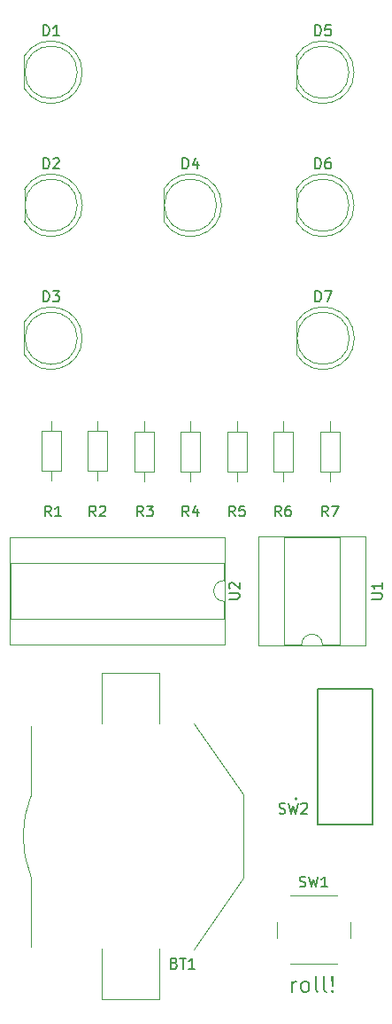
<source format=gbr>
%TF.GenerationSoftware,KiCad,Pcbnew,5.1.9-73d0e3b20d~88~ubuntu18.04.1*%
%TF.CreationDate,2021-01-26T17:19:55+01:00*%
%TF.ProjectId,d1ce,64316365-2e6b-4696-9361-645f70636258,v1*%
%TF.SameCoordinates,Original*%
%TF.FileFunction,Legend,Top*%
%TF.FilePolarity,Positive*%
%FSLAX46Y46*%
G04 Gerber Fmt 4.6, Leading zero omitted, Abs format (unit mm)*
G04 Created by KiCad (PCBNEW 5.1.9-73d0e3b20d~88~ubuntu18.04.1) date 2021-01-26 17:19:55*
%MOMM*%
%LPD*%
G01*
G04 APERTURE LIST*
%ADD10C,0.200000*%
%ADD11C,0.120000*%
%ADD12C,0.127000*%
%ADD13C,0.150000*%
G04 APERTURE END LIST*
D10*
X157671428Y-146248571D02*
X157671428Y-145248571D01*
X157671428Y-145534285D02*
X157742857Y-145391428D01*
X157814285Y-145320000D01*
X157957142Y-145248571D01*
X158100000Y-145248571D01*
X158814285Y-146248571D02*
X158671428Y-146177142D01*
X158600000Y-146105714D01*
X158528571Y-145962857D01*
X158528571Y-145534285D01*
X158600000Y-145391428D01*
X158671428Y-145320000D01*
X158814285Y-145248571D01*
X159028571Y-145248571D01*
X159171428Y-145320000D01*
X159242857Y-145391428D01*
X159314285Y-145534285D01*
X159314285Y-145962857D01*
X159242857Y-146105714D01*
X159171428Y-146177142D01*
X159028571Y-146248571D01*
X158814285Y-146248571D01*
X160171428Y-146248571D02*
X160028571Y-146177142D01*
X159957142Y-146034285D01*
X159957142Y-144748571D01*
X160957142Y-146248571D02*
X160814285Y-146177142D01*
X160742857Y-146034285D01*
X160742857Y-144748571D01*
X161528571Y-146105714D02*
X161600000Y-146177142D01*
X161528571Y-146248571D01*
X161457142Y-146177142D01*
X161528571Y-146105714D01*
X161528571Y-146248571D01*
X161528571Y-145677142D02*
X161457142Y-144820000D01*
X161528571Y-144748571D01*
X161600000Y-144820000D01*
X161528571Y-145677142D01*
X161528571Y-144748571D01*
D11*
%TO.C,BT1*%
X139450000Y-115820000D02*
X139450000Y-120620000D01*
X144950000Y-115820000D02*
X139450000Y-115820000D01*
X144950000Y-120620000D02*
X144950000Y-115820000D01*
X144950000Y-146920000D02*
X144950000Y-142120000D01*
X139450000Y-146920000D02*
X144950000Y-146920000D01*
X139450000Y-142120000D02*
X139450000Y-146920000D01*
X132700000Y-120820000D02*
X132700000Y-127520000D01*
X132700000Y-141920000D02*
X132700000Y-135220000D01*
X153050000Y-127420000D02*
X148250000Y-120620000D01*
X153050000Y-135320000D02*
X153050000Y-127420000D01*
X148250000Y-142170000D02*
X153050000Y-135320000D01*
X132698536Y-135216385D02*
G75*
G02*
X132700000Y-127520000I9501464J3846385D01*
G01*
%TO.C,D1*%
X137120000Y-58420000D02*
G75*
G03*
X137120000Y-58420000I-2500000J0D01*
G01*
X132060000Y-56875000D02*
X132060000Y-59965000D01*
X137610000Y-58420462D02*
G75*
G03*
X132060000Y-56875170I-2990000J462D01*
G01*
X137610000Y-58419538D02*
G75*
G02*
X132060000Y-59964830I-2990000J-462D01*
G01*
%TO.C,D2*%
X132064800Y-69575000D02*
X132064800Y-72665000D01*
X137124800Y-71120000D02*
G75*
G03*
X137124800Y-71120000I-2500000J0D01*
G01*
X137614800Y-71119538D02*
G75*
G02*
X132064800Y-72664830I-2990000J-462D01*
G01*
X137614800Y-71120462D02*
G75*
G03*
X132064800Y-69575170I-2990000J462D01*
G01*
%TO.C,D3*%
X132060000Y-82275000D02*
X132060000Y-85365000D01*
X137120000Y-83820000D02*
G75*
G03*
X137120000Y-83820000I-2500000J0D01*
G01*
X137610000Y-83819538D02*
G75*
G02*
X132060000Y-85364830I-2990000J-462D01*
G01*
X137610000Y-83820462D02*
G75*
G03*
X132060000Y-82275170I-2990000J462D01*
G01*
%TO.C,D4*%
X150455000Y-71120000D02*
G75*
G03*
X150455000Y-71120000I-2500000J0D01*
G01*
X145395000Y-69575000D02*
X145395000Y-72665000D01*
X150945000Y-71120462D02*
G75*
G03*
X145395000Y-69575170I-2990000J462D01*
G01*
X150945000Y-71119538D02*
G75*
G02*
X145395000Y-72664830I-2990000J-462D01*
G01*
%TO.C,D5*%
X158064800Y-56875000D02*
X158064800Y-59965000D01*
X163124800Y-58420000D02*
G75*
G03*
X163124800Y-58420000I-2500000J0D01*
G01*
X163614800Y-58419538D02*
G75*
G02*
X158064800Y-59964830I-2990000J-462D01*
G01*
X163614800Y-58420462D02*
G75*
G03*
X158064800Y-56875170I-2990000J462D01*
G01*
%TO.C,D6*%
X158064800Y-69575000D02*
X158064800Y-72665000D01*
X163124800Y-71120000D02*
G75*
G03*
X163124800Y-71120000I-2500000J0D01*
G01*
X163614800Y-71119538D02*
G75*
G02*
X158064800Y-72664830I-2990000J-462D01*
G01*
X163614800Y-71120462D02*
G75*
G03*
X158064800Y-69575170I-2990000J462D01*
G01*
%TO.C,D7*%
X163155000Y-83820000D02*
G75*
G03*
X163155000Y-83820000I-2500000J0D01*
G01*
X158095000Y-82275000D02*
X158095000Y-85365000D01*
X163645000Y-83820462D02*
G75*
G03*
X158095000Y-82275170I-2990000J462D01*
G01*
X163645000Y-83819538D02*
G75*
G02*
X158095000Y-85364830I-2990000J-462D01*
G01*
%TO.C,R1*%
X134620000Y-97450000D02*
X134620000Y-96500000D01*
X134620000Y-91710000D02*
X134620000Y-92660000D01*
X135540000Y-96500000D02*
X135540000Y-92660000D01*
X133700000Y-96500000D02*
X135540000Y-96500000D01*
X133700000Y-92660000D02*
X133700000Y-96500000D01*
X135540000Y-92660000D02*
X133700000Y-92660000D01*
%TO.C,R2*%
X139065000Y-97450000D02*
X139065000Y-96500000D01*
X139065000Y-91710000D02*
X139065000Y-92660000D01*
X139985000Y-96500000D02*
X139985000Y-92660000D01*
X138145000Y-96500000D02*
X139985000Y-96500000D01*
X138145000Y-92660000D02*
X138145000Y-96500000D01*
X139985000Y-92660000D02*
X138145000Y-92660000D01*
%TO.C,R3*%
X144430000Y-92715000D02*
X142590000Y-92715000D01*
X142590000Y-92715000D02*
X142590000Y-96555000D01*
X142590000Y-96555000D02*
X144430000Y-96555000D01*
X144430000Y-96555000D02*
X144430000Y-92715000D01*
X143510000Y-91765000D02*
X143510000Y-92715000D01*
X143510000Y-97505000D02*
X143510000Y-96555000D01*
%TO.C,R4*%
X147955000Y-97505000D02*
X147955000Y-96555000D01*
X147955000Y-91765000D02*
X147955000Y-92715000D01*
X148875000Y-96555000D02*
X148875000Y-92715000D01*
X147035000Y-96555000D02*
X148875000Y-96555000D01*
X147035000Y-92715000D02*
X147035000Y-96555000D01*
X148875000Y-92715000D02*
X147035000Y-92715000D01*
%TO.C,R5*%
X152400000Y-97505000D02*
X152400000Y-96555000D01*
X152400000Y-91765000D02*
X152400000Y-92715000D01*
X153320000Y-96555000D02*
X153320000Y-92715000D01*
X151480000Y-96555000D02*
X153320000Y-96555000D01*
X151480000Y-92715000D02*
X151480000Y-96555000D01*
X153320000Y-92715000D02*
X151480000Y-92715000D01*
%TO.C,R6*%
X157765000Y-92715000D02*
X155925000Y-92715000D01*
X155925000Y-92715000D02*
X155925000Y-96555000D01*
X155925000Y-96555000D02*
X157765000Y-96555000D01*
X157765000Y-96555000D02*
X157765000Y-92715000D01*
X156845000Y-91765000D02*
X156845000Y-92715000D01*
X156845000Y-97505000D02*
X156845000Y-96555000D01*
%TO.C,R7*%
X161290000Y-97505000D02*
X161290000Y-96555000D01*
X161290000Y-91765000D02*
X161290000Y-92715000D01*
X162210000Y-96555000D02*
X162210000Y-92715000D01*
X160370000Y-96555000D02*
X162210000Y-96555000D01*
X160370000Y-92715000D02*
X160370000Y-96555000D01*
X162210000Y-92715000D02*
X160370000Y-92715000D01*
%TO.C,SW1*%
X163237580Y-141067980D02*
X163237580Y-139567980D01*
X161987580Y-137067980D02*
X157487580Y-137067980D01*
X156237580Y-139567980D02*
X156237580Y-141067980D01*
X157487580Y-143567980D02*
X161987580Y-143567980D01*
D10*
%TO.C,SW2*%
X158170000Y-127790000D02*
G75*
G03*
X158170000Y-127790000I-100000J0D01*
G01*
D12*
X160170000Y-117290000D02*
X160170000Y-130290000D01*
X165370000Y-117290000D02*
X160170000Y-117290000D01*
X165370000Y-130290000D02*
X165370000Y-117290000D01*
X160170000Y-130290000D02*
X165370000Y-130290000D01*
D11*
%TO.C,U1*%
X154450000Y-113150000D02*
X164730000Y-113150000D01*
X154450000Y-102750000D02*
X154450000Y-113150000D01*
X164730000Y-102750000D02*
X154450000Y-102750000D01*
X164730000Y-113150000D02*
X164730000Y-102750000D01*
X156940000Y-113090000D02*
X158590000Y-113090000D01*
X156940000Y-102810000D02*
X156940000Y-113090000D01*
X162240000Y-102810000D02*
X156940000Y-102810000D01*
X162240000Y-113090000D02*
X162240000Y-102810000D01*
X160590000Y-113090000D02*
X162240000Y-113090000D01*
X158590000Y-113090000D02*
G75*
G02*
X160590000Y-113090000I1000000J0D01*
G01*
%TO.C,U2*%
X151250000Y-113090000D02*
X151250000Y-102810000D01*
X130690000Y-113090000D02*
X151250000Y-113090000D01*
X130690000Y-102810000D02*
X130690000Y-113090000D01*
X151250000Y-102810000D02*
X130690000Y-102810000D01*
X151190000Y-110600000D02*
X151190000Y-108950000D01*
X130750000Y-110600000D02*
X151190000Y-110600000D01*
X130750000Y-105300000D02*
X130750000Y-110600000D01*
X151190000Y-105300000D02*
X130750000Y-105300000D01*
X151190000Y-106950000D02*
X151190000Y-105300000D01*
X151190000Y-108950000D02*
G75*
G02*
X151190000Y-106950000I0J1000000D01*
G01*
%TO.C,BT1*%
D13*
X146414285Y-143498571D02*
X146557142Y-143546190D01*
X146604761Y-143593809D01*
X146652380Y-143689047D01*
X146652380Y-143831904D01*
X146604761Y-143927142D01*
X146557142Y-143974761D01*
X146461904Y-144022380D01*
X146080952Y-144022380D01*
X146080952Y-143022380D01*
X146414285Y-143022380D01*
X146509523Y-143070000D01*
X146557142Y-143117619D01*
X146604761Y-143212857D01*
X146604761Y-143308095D01*
X146557142Y-143403333D01*
X146509523Y-143450952D01*
X146414285Y-143498571D01*
X146080952Y-143498571D01*
X146938095Y-143022380D02*
X147509523Y-143022380D01*
X147223809Y-144022380D02*
X147223809Y-143022380D01*
X148366666Y-144022380D02*
X147795238Y-144022380D01*
X148080952Y-144022380D02*
X148080952Y-143022380D01*
X147985714Y-143165238D01*
X147890476Y-143260476D01*
X147795238Y-143308095D01*
%TO.C,D1*%
X133881904Y-54912380D02*
X133881904Y-53912380D01*
X134120000Y-53912380D01*
X134262857Y-53960000D01*
X134358095Y-54055238D01*
X134405714Y-54150476D01*
X134453333Y-54340952D01*
X134453333Y-54483809D01*
X134405714Y-54674285D01*
X134358095Y-54769523D01*
X134262857Y-54864761D01*
X134120000Y-54912380D01*
X133881904Y-54912380D01*
X135405714Y-54912380D02*
X134834285Y-54912380D01*
X135120000Y-54912380D02*
X135120000Y-53912380D01*
X135024761Y-54055238D01*
X134929523Y-54150476D01*
X134834285Y-54198095D01*
%TO.C,D2*%
X133886704Y-67612380D02*
X133886704Y-66612380D01*
X134124800Y-66612380D01*
X134267657Y-66660000D01*
X134362895Y-66755238D01*
X134410514Y-66850476D01*
X134458133Y-67040952D01*
X134458133Y-67183809D01*
X134410514Y-67374285D01*
X134362895Y-67469523D01*
X134267657Y-67564761D01*
X134124800Y-67612380D01*
X133886704Y-67612380D01*
X134839085Y-66707619D02*
X134886704Y-66660000D01*
X134981942Y-66612380D01*
X135220038Y-66612380D01*
X135315276Y-66660000D01*
X135362895Y-66707619D01*
X135410514Y-66802857D01*
X135410514Y-66898095D01*
X135362895Y-67040952D01*
X134791466Y-67612380D01*
X135410514Y-67612380D01*
%TO.C,D3*%
X133881904Y-80312380D02*
X133881904Y-79312380D01*
X134120000Y-79312380D01*
X134262857Y-79360000D01*
X134358095Y-79455238D01*
X134405714Y-79550476D01*
X134453333Y-79740952D01*
X134453333Y-79883809D01*
X134405714Y-80074285D01*
X134358095Y-80169523D01*
X134262857Y-80264761D01*
X134120000Y-80312380D01*
X133881904Y-80312380D01*
X134786666Y-79312380D02*
X135405714Y-79312380D01*
X135072380Y-79693333D01*
X135215238Y-79693333D01*
X135310476Y-79740952D01*
X135358095Y-79788571D01*
X135405714Y-79883809D01*
X135405714Y-80121904D01*
X135358095Y-80217142D01*
X135310476Y-80264761D01*
X135215238Y-80312380D01*
X134929523Y-80312380D01*
X134834285Y-80264761D01*
X134786666Y-80217142D01*
%TO.C,D4*%
X147216904Y-67612380D02*
X147216904Y-66612380D01*
X147455000Y-66612380D01*
X147597857Y-66660000D01*
X147693095Y-66755238D01*
X147740714Y-66850476D01*
X147788333Y-67040952D01*
X147788333Y-67183809D01*
X147740714Y-67374285D01*
X147693095Y-67469523D01*
X147597857Y-67564761D01*
X147455000Y-67612380D01*
X147216904Y-67612380D01*
X148645476Y-66945714D02*
X148645476Y-67612380D01*
X148407380Y-66564761D02*
X148169285Y-67279047D01*
X148788333Y-67279047D01*
%TO.C,D5*%
X159886704Y-54912380D02*
X159886704Y-53912380D01*
X160124800Y-53912380D01*
X160267657Y-53960000D01*
X160362895Y-54055238D01*
X160410514Y-54150476D01*
X160458133Y-54340952D01*
X160458133Y-54483809D01*
X160410514Y-54674285D01*
X160362895Y-54769523D01*
X160267657Y-54864761D01*
X160124800Y-54912380D01*
X159886704Y-54912380D01*
X161362895Y-53912380D02*
X160886704Y-53912380D01*
X160839085Y-54388571D01*
X160886704Y-54340952D01*
X160981942Y-54293333D01*
X161220038Y-54293333D01*
X161315276Y-54340952D01*
X161362895Y-54388571D01*
X161410514Y-54483809D01*
X161410514Y-54721904D01*
X161362895Y-54817142D01*
X161315276Y-54864761D01*
X161220038Y-54912380D01*
X160981942Y-54912380D01*
X160886704Y-54864761D01*
X160839085Y-54817142D01*
%TO.C,D6*%
X159886704Y-67612380D02*
X159886704Y-66612380D01*
X160124800Y-66612380D01*
X160267657Y-66660000D01*
X160362895Y-66755238D01*
X160410514Y-66850476D01*
X160458133Y-67040952D01*
X160458133Y-67183809D01*
X160410514Y-67374285D01*
X160362895Y-67469523D01*
X160267657Y-67564761D01*
X160124800Y-67612380D01*
X159886704Y-67612380D01*
X161315276Y-66612380D02*
X161124800Y-66612380D01*
X161029561Y-66660000D01*
X160981942Y-66707619D01*
X160886704Y-66850476D01*
X160839085Y-67040952D01*
X160839085Y-67421904D01*
X160886704Y-67517142D01*
X160934323Y-67564761D01*
X161029561Y-67612380D01*
X161220038Y-67612380D01*
X161315276Y-67564761D01*
X161362895Y-67517142D01*
X161410514Y-67421904D01*
X161410514Y-67183809D01*
X161362895Y-67088571D01*
X161315276Y-67040952D01*
X161220038Y-66993333D01*
X161029561Y-66993333D01*
X160934323Y-67040952D01*
X160886704Y-67088571D01*
X160839085Y-67183809D01*
%TO.C,D7*%
X159916904Y-80312380D02*
X159916904Y-79312380D01*
X160155000Y-79312380D01*
X160297857Y-79360000D01*
X160393095Y-79455238D01*
X160440714Y-79550476D01*
X160488333Y-79740952D01*
X160488333Y-79883809D01*
X160440714Y-80074285D01*
X160393095Y-80169523D01*
X160297857Y-80264761D01*
X160155000Y-80312380D01*
X159916904Y-80312380D01*
X160821666Y-79312380D02*
X161488333Y-79312380D01*
X161059761Y-80312380D01*
%TO.C,R1*%
X134633333Y-100822380D02*
X134300000Y-100346190D01*
X134061904Y-100822380D02*
X134061904Y-99822380D01*
X134442857Y-99822380D01*
X134538095Y-99870000D01*
X134585714Y-99917619D01*
X134633333Y-100012857D01*
X134633333Y-100155714D01*
X134585714Y-100250952D01*
X134538095Y-100298571D01*
X134442857Y-100346190D01*
X134061904Y-100346190D01*
X135585714Y-100822380D02*
X135014285Y-100822380D01*
X135300000Y-100822380D02*
X135300000Y-99822380D01*
X135204761Y-99965238D01*
X135109523Y-100060476D01*
X135014285Y-100108095D01*
%TO.C,R2*%
X138898333Y-100822380D02*
X138565000Y-100346190D01*
X138326904Y-100822380D02*
X138326904Y-99822380D01*
X138707857Y-99822380D01*
X138803095Y-99870000D01*
X138850714Y-99917619D01*
X138898333Y-100012857D01*
X138898333Y-100155714D01*
X138850714Y-100250952D01*
X138803095Y-100298571D01*
X138707857Y-100346190D01*
X138326904Y-100346190D01*
X139279285Y-99917619D02*
X139326904Y-99870000D01*
X139422142Y-99822380D01*
X139660238Y-99822380D01*
X139755476Y-99870000D01*
X139803095Y-99917619D01*
X139850714Y-100012857D01*
X139850714Y-100108095D01*
X139803095Y-100250952D01*
X139231666Y-100822380D01*
X139850714Y-100822380D01*
%TO.C,R3*%
X143433333Y-100822380D02*
X143100000Y-100346190D01*
X142861904Y-100822380D02*
X142861904Y-99822380D01*
X143242857Y-99822380D01*
X143338095Y-99870000D01*
X143385714Y-99917619D01*
X143433333Y-100012857D01*
X143433333Y-100155714D01*
X143385714Y-100250952D01*
X143338095Y-100298571D01*
X143242857Y-100346190D01*
X142861904Y-100346190D01*
X143766666Y-99822380D02*
X144385714Y-99822380D01*
X144052380Y-100203333D01*
X144195238Y-100203333D01*
X144290476Y-100250952D01*
X144338095Y-100298571D01*
X144385714Y-100393809D01*
X144385714Y-100631904D01*
X144338095Y-100727142D01*
X144290476Y-100774761D01*
X144195238Y-100822380D01*
X143909523Y-100822380D01*
X143814285Y-100774761D01*
X143766666Y-100727142D01*
%TO.C,R4*%
X147788333Y-100822380D02*
X147455000Y-100346190D01*
X147216904Y-100822380D02*
X147216904Y-99822380D01*
X147597857Y-99822380D01*
X147693095Y-99870000D01*
X147740714Y-99917619D01*
X147788333Y-100012857D01*
X147788333Y-100155714D01*
X147740714Y-100250952D01*
X147693095Y-100298571D01*
X147597857Y-100346190D01*
X147216904Y-100346190D01*
X148645476Y-100155714D02*
X148645476Y-100822380D01*
X148407380Y-99774761D02*
X148169285Y-100489047D01*
X148788333Y-100489047D01*
%TO.C,R5*%
X152233333Y-100822380D02*
X151900000Y-100346190D01*
X151661904Y-100822380D02*
X151661904Y-99822380D01*
X152042857Y-99822380D01*
X152138095Y-99870000D01*
X152185714Y-99917619D01*
X152233333Y-100012857D01*
X152233333Y-100155714D01*
X152185714Y-100250952D01*
X152138095Y-100298571D01*
X152042857Y-100346190D01*
X151661904Y-100346190D01*
X153138095Y-99822380D02*
X152661904Y-99822380D01*
X152614285Y-100298571D01*
X152661904Y-100250952D01*
X152757142Y-100203333D01*
X152995238Y-100203333D01*
X153090476Y-100250952D01*
X153138095Y-100298571D01*
X153185714Y-100393809D01*
X153185714Y-100631904D01*
X153138095Y-100727142D01*
X153090476Y-100774761D01*
X152995238Y-100822380D01*
X152757142Y-100822380D01*
X152661904Y-100774761D01*
X152614285Y-100727142D01*
%TO.C,R6*%
X156633333Y-100822380D02*
X156300000Y-100346190D01*
X156061904Y-100822380D02*
X156061904Y-99822380D01*
X156442857Y-99822380D01*
X156538095Y-99870000D01*
X156585714Y-99917619D01*
X156633333Y-100012857D01*
X156633333Y-100155714D01*
X156585714Y-100250952D01*
X156538095Y-100298571D01*
X156442857Y-100346190D01*
X156061904Y-100346190D01*
X157490476Y-99822380D02*
X157300000Y-99822380D01*
X157204761Y-99870000D01*
X157157142Y-99917619D01*
X157061904Y-100060476D01*
X157014285Y-100250952D01*
X157014285Y-100631904D01*
X157061904Y-100727142D01*
X157109523Y-100774761D01*
X157204761Y-100822380D01*
X157395238Y-100822380D01*
X157490476Y-100774761D01*
X157538095Y-100727142D01*
X157585714Y-100631904D01*
X157585714Y-100393809D01*
X157538095Y-100298571D01*
X157490476Y-100250952D01*
X157395238Y-100203333D01*
X157204761Y-100203333D01*
X157109523Y-100250952D01*
X157061904Y-100298571D01*
X157014285Y-100393809D01*
%TO.C,R7*%
X161123333Y-100822380D02*
X160790000Y-100346190D01*
X160551904Y-100822380D02*
X160551904Y-99822380D01*
X160932857Y-99822380D01*
X161028095Y-99870000D01*
X161075714Y-99917619D01*
X161123333Y-100012857D01*
X161123333Y-100155714D01*
X161075714Y-100250952D01*
X161028095Y-100298571D01*
X160932857Y-100346190D01*
X160551904Y-100346190D01*
X161456666Y-99822380D02*
X162123333Y-99822380D01*
X161694761Y-100822380D01*
%TO.C,SW1*%
X158404246Y-136174761D02*
X158547103Y-136222380D01*
X158785199Y-136222380D01*
X158880437Y-136174761D01*
X158928056Y-136127142D01*
X158975675Y-136031904D01*
X158975675Y-135936666D01*
X158928056Y-135841428D01*
X158880437Y-135793809D01*
X158785199Y-135746190D01*
X158594722Y-135698571D01*
X158499484Y-135650952D01*
X158451865Y-135603333D01*
X158404246Y-135508095D01*
X158404246Y-135412857D01*
X158451865Y-135317619D01*
X158499484Y-135270000D01*
X158594722Y-135222380D01*
X158832818Y-135222380D01*
X158975675Y-135270000D01*
X159309008Y-135222380D02*
X159547103Y-136222380D01*
X159737580Y-135508095D01*
X159928056Y-136222380D01*
X160166151Y-135222380D01*
X161070913Y-136222380D02*
X160499484Y-136222380D01*
X160785199Y-136222380D02*
X160785199Y-135222380D01*
X160689960Y-135365238D01*
X160594722Y-135460476D01*
X160499484Y-135508095D01*
%TO.C,SW2*%
X156465322Y-129175169D02*
X156608323Y-129222836D01*
X156846659Y-129222836D01*
X156941993Y-129175169D01*
X156989660Y-129127502D01*
X157037327Y-129032168D01*
X157037327Y-128936834D01*
X156989660Y-128841500D01*
X156941993Y-128793833D01*
X156846659Y-128746166D01*
X156655990Y-128698499D01*
X156560656Y-128650832D01*
X156512989Y-128603165D01*
X156465322Y-128507831D01*
X156465322Y-128412497D01*
X156512989Y-128317163D01*
X156560656Y-128269496D01*
X156655990Y-128221828D01*
X156894326Y-128221828D01*
X157037327Y-128269496D01*
X157370996Y-128221828D02*
X157609331Y-129222836D01*
X157800000Y-128507831D01*
X157990668Y-129222836D01*
X158229003Y-128221828D01*
X158562672Y-128317163D02*
X158610339Y-128269496D01*
X158705673Y-128221828D01*
X158944009Y-128221828D01*
X159039343Y-128269496D01*
X159087010Y-128317163D01*
X159134677Y-128412497D01*
X159134677Y-128507831D01*
X159087010Y-128650832D01*
X158515005Y-129222836D01*
X159134677Y-129222836D01*
%TO.C,U1*%
X165292380Y-108731904D02*
X166101904Y-108731904D01*
X166197142Y-108684285D01*
X166244761Y-108636666D01*
X166292380Y-108541428D01*
X166292380Y-108350952D01*
X166244761Y-108255714D01*
X166197142Y-108208095D01*
X166101904Y-108160476D01*
X165292380Y-108160476D01*
X166292380Y-107160476D02*
X166292380Y-107731904D01*
X166292380Y-107446190D02*
X165292380Y-107446190D01*
X165435238Y-107541428D01*
X165530476Y-107636666D01*
X165578095Y-107731904D01*
%TO.C,U2*%
X151642380Y-108711904D02*
X152451904Y-108711904D01*
X152547142Y-108664285D01*
X152594761Y-108616666D01*
X152642380Y-108521428D01*
X152642380Y-108330952D01*
X152594761Y-108235714D01*
X152547142Y-108188095D01*
X152451904Y-108140476D01*
X151642380Y-108140476D01*
X151737619Y-107711904D02*
X151690000Y-107664285D01*
X151642380Y-107569047D01*
X151642380Y-107330952D01*
X151690000Y-107235714D01*
X151737619Y-107188095D01*
X151832857Y-107140476D01*
X151928095Y-107140476D01*
X152070952Y-107188095D01*
X152642380Y-107759523D01*
X152642380Y-107140476D01*
%TD*%
M02*

</source>
